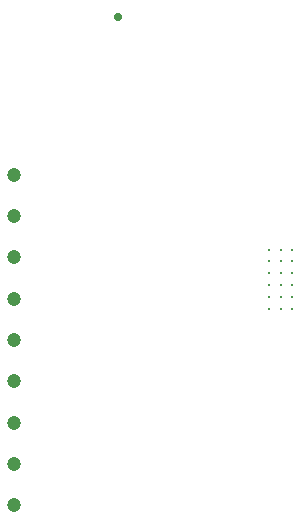
<source format=gbr>
%TF.GenerationSoftware,Altium Limited,Altium Designer,22.9.1 (49)*%
G04 Layer_Color=0*
%FSLAX25Y25*%
%MOIN*%
%TF.SameCoordinates,3D4AB22D-4464-4A1E-8ED4-CD8DD9DE0D00*%
%TF.FilePolarity,Positive*%
%TF.FileFunction,Plated,1,2,PTH,Drill*%
%TF.Part,Single*%
G01*
G75*
%TA.AperFunction,ComponentDrill*%
%ADD52C,0.04724*%
%TA.AperFunction,ViaDrill,NotFilled*%
%ADD53C,0.00787*%
%ADD54C,0.02800*%
D52*
X68500Y125382D02*
D03*
Y139161D02*
D03*
Y152941D02*
D03*
Y166720D02*
D03*
Y180500D02*
D03*
Y194280D02*
D03*
Y84043D02*
D03*
Y97823D02*
D03*
Y111602D02*
D03*
D53*
X157295Y161469D02*
D03*
X161232D02*
D03*
X157295Y157531D02*
D03*
X161232D02*
D03*
X157295Y153595D02*
D03*
X161232D02*
D03*
Y165405D02*
D03*
X157295D02*
D03*
X161232Y149657D02*
D03*
X157295D02*
D03*
X153358D02*
D03*
Y165405D02*
D03*
Y153595D02*
D03*
Y157531D02*
D03*
Y161469D02*
D03*
X153358Y169343D02*
D03*
X157295D02*
D03*
X161232D02*
D03*
D54*
X103000Y247000D02*
D03*
%TF.MD5,248dd78e8b5af39f4e869dbf490d9942*%
M02*

</source>
